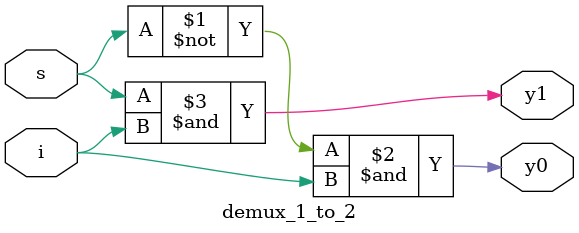
<source format=v>
`timescale 1ns / 1ps


module demux_1_to_2(
    input s,i,
    output y0,y1
    );
    assign y0 = (~s&i);
    assign y1 = (s&i);
endmodule


</source>
